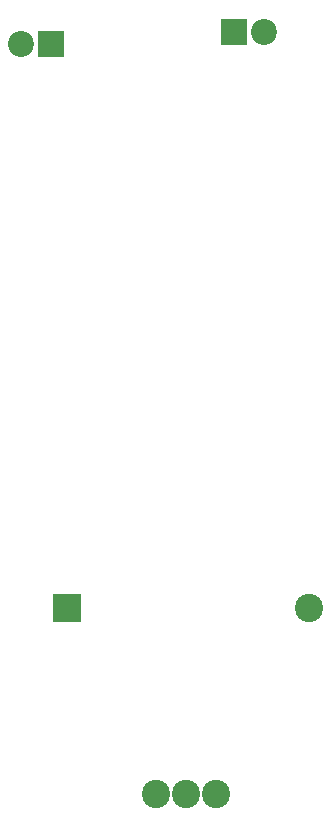
<source format=gbr>
%TF.GenerationSoftware,KiCad,Pcbnew,(5.1.6)-1*%
%TF.CreationDate,2021-02-21T20:50:40+01:00*%
%TF.ProjectId,RobiV3,526f6269-5633-42e6-9b69-6361645f7063,rev?*%
%TF.SameCoordinates,Original*%
%TF.FileFunction,Soldermask,Top*%
%TF.FilePolarity,Negative*%
%FSLAX46Y46*%
G04 Gerber Fmt 4.6, Leading zero omitted, Abs format (unit mm)*
G04 Created by KiCad (PCBNEW (5.1.6)-1) date 2021-02-21 20:50:40*
%MOMM*%
%LPD*%
G01*
G04 APERTURE LIST*
%ADD10R,2.200000X2.200000*%
%ADD11C,2.200000*%
%ADD12C,2.400000*%
%ADD13R,2.400000X2.400000*%
G04 APERTURE END LIST*
D10*
%TO.C,D1*%
X107696000Y-58420000D03*
D11*
X105156000Y-58420000D03*
%TD*%
%TO.C,D2*%
X125730000Y-57404000D03*
D10*
X123190000Y-57404000D03*
%TD*%
D12*
%TO.C,S1*%
X121666000Y-121920000D03*
X119126000Y-121920000D03*
X116586000Y-121920000D03*
%TD*%
%TO.C,U1*%
X129540000Y-106172000D03*
D13*
X109088400Y-106172000D03*
%TD*%
M02*

</source>
